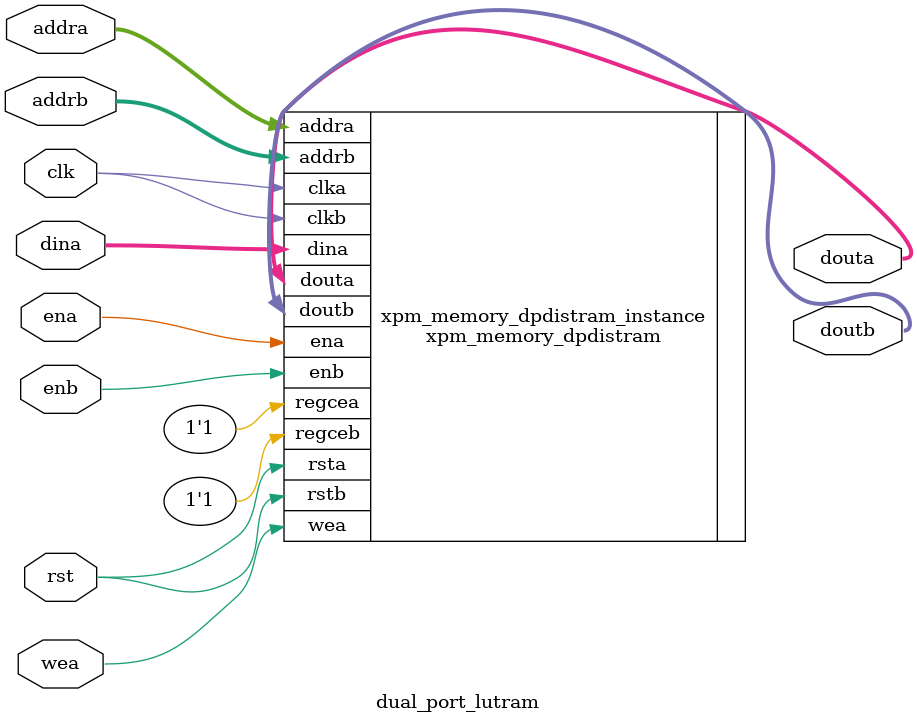
<source format=sv>
`include "defines.svh"


module dual_port_lutram #(
    parameter DATA_WIDTH = 32,
    parameter SIZE = 128,
    parameter LATENCY = 1
) (
    input logic clk,
    input logic rst,

    input logic wea,
    input logic ena,
    input logic enb,

    input logic [$clog2(SIZE)-1:0] addra,
    input logic [$clog2(SIZE)-1:0] addrb,

    input  logic [DATA_WIDTH-1:0] dina,
    output logic [DATA_WIDTH-1:0] douta,
    output logic [DATA_WIDTH-1:0] doutb
);

    // xpm_memory_dpdistram: Dual Port Distributed RAM
    // Xilinx Parameterized Macro, version 2019.2
    xpm_memory_dpdistram #(
        // Common module parameters
        .CLOCKING_MODE("common_clock"), // String
        .MEMORY_INIT_FILE("none"),      // String
        .MEMORY_INIT_PARAM("0"),        // String
        .MEMORY_OPTIMIZATION("true"),   // String
        .MEMORY_SIZE(DATA_WIDTH * SIZE),// DECIMAL
        .MESSAGE_CONTROL(0),            // DECIMAL
        .SIM_ASSERT_CHK(0),             // DECIMAL; 0=disable simulation messages, 1=enable simulation messages
        .USE_EMBEDDED_CONSTRAINT(0),    // DECIMAL
        .USE_MEM_INIT(0),               // DECIMAL
        
        .WRITE_DATA_WIDTH_A(DATA_WIDTH),        // DECIMAL
        // Port A module parameters
        .ADDR_WIDTH_A($clog2(SIZE)),            // DECIMAL
        .BYTE_WRITE_WIDTH_A(DATA_WIDTH),        // DECIMAL
        .READ_DATA_WIDTH_A(DATA_WIDTH),         // DECIMAL
        .READ_LATENCY_A(LATENCY),             // DECIMAL
        .READ_RESET_VALUE_A("0"),       // String
        .RST_MODE_A("SYNC"),            // String
        // Port B module parameters
        .ADDR_WIDTH_B($clog2(SIZE)),            // DECIMAL
        .READ_DATA_WIDTH_B(DATA_WIDTH),         // DECIMAL
        .READ_LATENCY_B(LATENCY),             // DECIMAL
        .READ_RESET_VALUE_B("0"),       // String
        .RST_MODE_B("SYNC")             // String
    ) xpm_memory_dpdistram_instance (
        .douta(douta),   // READ_DATA_WIDTH_A-bit output: Data output for port A read operations.
        .doutb(doutb),   // READ_DATA_WIDTH_B-bit output: Data output for port B read operations.
        .addra(addra),   // ADDR_WIDTH_A-bit input: Address for port A write and read operations.
        .addrb(addrb),   // ADDR_WIDTH_B-bit input: Address for port B write and read operations.
        .clka(clk),     // 1-bit input: Clock signal for port A. Also clocks port B when parameter CLOCKING_MODE
                        // is "common_clock".

        .clkb(clk),     // 1-bit input: Clock signal for port B when parameter CLOCKING_MODE is
                        // "independent_clock". Unused when parameter CLOCKING_MODE is "common_clock".

        .dina(dina),     // WRITE_DATA_WIDTH_A-bit input: Data input for port A write operations.
        .ena(ena),       // 1-bit input: Memory enable signal for port A. Must be high on clock cycles when read
                        // or write operations are initiated. Pipelined internally.

        .enb(enb),       // 1-bit input: Memory enable signal for port B. Must be high on clock cycles when read
                        // or write operations are initiated. Pipelined internally.

        .regcea(1'b1), // 1-bit input: Clock Enable for the last register stage on the output data path.
        .regceb(1'b1), // 1-bit input: Do not change from the provided value.
        .rsta(rst),     // 1-bit input: Reset signal for the final port A output register stage. Synchronously
                        // resets output port douta to the value specified by parameter READ_RESET_VALUE_A.

        .rstb(rst),     // 1-bit input: Reset signal for the final port B output register stage. Synchronously
                        // resets output port doutb to the value specified by parameter READ_RESET_VALUE_B.

        .wea(wea)        // WRITE_DATA_WIDTH_A/BYTE_WRITE_WIDTH_A-bit input: Write enable vector for port A input
                        // data port dina. 1 bit wide when word-wide writes are used. In byte-wide write
                        // configurations, each bit controls the writing one byte of dina to address addra. For
                        // example, to synchronously write only bits [15-8] of dina when WRITE_DATA_WIDTH_A is
                        // 32, wea would be 4'b0010.

    );

endmodule

// XPM_MEMORY instantiation template for Dual Port Distributed RAM configurations
// Refer to the targeted device family architecture libraries guide for XPM_MEMORY documentation
// =======================================================================================================================

// Parameter usage table, organized as follows:
// +---------------------------------------------------------------------------------------------------------------------+
// | Parameter name       | Data type          | Restrictions, if applicable                                             |
// |---------------------------------------------------------------------------------------------------------------------|
// | Description                                                                                                         |
// +---------------------------------------------------------------------------------------------------------------------+
// +---------------------------------------------------------------------------------------------------------------------+
// | ADDR_WIDTH_A         | Integer            | Range: 1 - 20. Default value = 6.                                       |
// |---------------------------------------------------------------------------------------------------------------------|
// | Specify the width of the port A address port addra, in bits.                                                        |
// | Must be large enough to access the entire memory from port A, i.e. = $clog2(MEMORY_SIZE/[WRITE|READ]_DATA_WIDTH_A). |
// +---------------------------------------------------------------------------------------------------------------------+
// | ADDR_WIDTH_B         | Integer            | Range: 1 - 20. Default value = 6.                                       |
// |---------------------------------------------------------------------------------------------------------------------|
// | Specify the width of the port B address port addrb, in bits.                                                        |
// | Must be large enough to access the entire memory from port B, i.e. = $clog2(MEMORY_SIZE/[WRITE|READ]_DATA_WIDTH_B). |
// +---------------------------------------------------------------------------------------------------------------------+
// | BYTE_WRITE_WIDTH_A   | Integer            | Range: 1 - 4608. Default value = 32.                                    |
// |---------------------------------------------------------------------------------------------------------------------|
// | To enable byte-wide writes on port A, specify the byte width, in bits.                                              |
// |                                                                                                                     |
// |   8- 8-bit byte-wide writes, legal when WRITE_DATA_WIDTH_A is an integer multiple of 8                              |
// |   9- 9-bit byte-wide writes, legal when WRITE_DATA_WIDTH_A is an integer multiple of 9                              |
// |                                                                                                                     |
// | Or to enable word-wide writes on port A, specify the same value as for WRITE_DATA_WIDTH_A.                          |
// +---------------------------------------------------------------------------------------------------------------------+
// | CLOCKING_MODE        | String             | Allowed values: common_clock, independent_clock. Default value = common_clock.|
// |---------------------------------------------------------------------------------------------------------------------|
// | Designate whether port A and port B are clocked with a common clock or with independent clocks-                     |
// |                                                                                                                     |
// |   "common_clock"- Common clocking; clock both port A and port B with clka                                           |
// |   "independent_clock"- Independent clocking; clock port A with clka and port B with clkb                            |
// +---------------------------------------------------------------------------------------------------------------------+
// | MEMORY_INIT_FILE     | String             | Default value = none.                                                   |
// |---------------------------------------------------------------------------------------------------------------------|
// | Specify "none" (including quotes) for no memory initialization, or specify the name of a memory initialization file-|
// | Enter only the name of the file with .mem extension, including quotes but without path (e.g. "my_file.mem").        |
// | File format must be ASCII and consist of only hexadecimal values organized into the specified depth by              |
// | narrowest data width generic value of the memory.See the Memory File (MEM) section for more                         |
// | information on the syntax. Initialization of memory happens through the file name specified only when parameter     |
// | MEMORY_INIT_PARAM value is equal to "".                                                                             |
// | When using XPM_MEMORY in a project, add the specified file to the Vivado project as a design source.                |
// +---------------------------------------------------------------------------------------------------------------------+
// | MEMORY_INIT_PARAM    | String             | Default value = 0.                                                      |
// |---------------------------------------------------------------------------------------------------------------------|
// | Specify "" or "0" (including quotes) for no memory initialization through parameter, or specify the string          |
// | containing the hex characters. Enter only hex characters with each location separated by delimiter (,).             |
// | Parameter format must be ASCII and consist of only hexadecimal values organized into the specified depth by         |
// | narrowest data width generic value of the memory.For example, if the narrowest data width is 8, and the depth of    |
// | memory is 8 locations, then the parameter value should be passed as shown below.                                    |
// | parameter MEMORY_INIT_PARAM = "AB,CD,EF,1,2,34,56,78"                                                               |
// | Where "AB" is the 0th location and "78" is the 7th location.                                                        |
// +---------------------------------------------------------------------------------------------------------------------+
// | MEMORY_OPTIMIZATION  | String             | Allowed values: true, false. Default value = true.                      |
// |---------------------------------------------------------------------------------------------------------------------|
// | Specify "true" to enable the optimization of unused memory or bits in the memory structure. Specify "false" to      |
// | disable the optimization of unused memory or bits in the memory structure.                                          |
// +---------------------------------------------------------------------------------------------------------------------+
// | MEMORY_SIZE          | Integer            | Range: 2 - 150994944. Default value = 2048.                             |
// |---------------------------------------------------------------------------------------------------------------------|
// | Specify the total memory array size, in bits.                                                                       |
// | For example, enter 65536 for a 2kx32 RAM.                                                                           |
// +---------------------------------------------------------------------------------------------------------------------+
// | MESSAGE_CONTROL      | Integer            | Range: 0 - 1. Default value = 0.                                        |
// |---------------------------------------------------------------------------------------------------------------------|
// | Specify 1 to enable the dynamic message reporting such as collision warnings, and 0 to disable the message reporting|
// +---------------------------------------------------------------------------------------------------------------------+
// | READ_DATA_WIDTH_A    | Integer            | Range: 1 - 4608. Default value = 32.                                    |
// |---------------------------------------------------------------------------------------------------------------------|
// | Specify the width of the port A read data output port douta, in bits.                                               |
// | The values of READ_DATA_WIDTH_A and WRITE_DATA_WIDTH_A must be equal.                                               |
// +---------------------------------------------------------------------------------------------------------------------+
// | READ_DATA_WIDTH_B    | Integer            | Range: 1 - 4608. Default value = 32.                                    |
// |---------------------------------------------------------------------------------------------------------------------|
// | Specify the width of the port B read data output port doutb, in bits.                                               |
// | The values of READ_DATA_WIDTH_B and WRITE_DATA_WIDTH_B must be equal.                                               |
// +---------------------------------------------------------------------------------------------------------------------+
// | READ_LATENCY_A       | Integer            | Range: 0 - 100. Default value = 2.                                      |
// |---------------------------------------------------------------------------------------------------------------------|
// | Specify the number of register stages in the port A read data pipeline. Read data output to port douta takes this   |
// | number of clka cycles.                                                                                              |
// | To target block memory, a value of 1 or larger is required- 1 causes use of memory latch only; 2 causes use of      |
// | output register. To target distributed memory, a value of 0 or larger is required- 0 indicates combinatorial output.|
// | Values larger than 2 synthesize additional flip-flops that are not retimed into memory primitives.                  |
// +---------------------------------------------------------------------------------------------------------------------+
// | READ_LATENCY_B       | Integer            | Range: 0 - 100. Default value = 2.                                      |
// |---------------------------------------------------------------------------------------------------------------------|
// | Specify the number of register stages in the port B read data pipeline. Read data output to port doutb takes this   |
// | number of clkb cycles (clka when CLOCKING_MODE is "common_clock").                                                  |
// | To target block memory, a value of 1 or larger is required- 1 causes use of memory latch only; 2 causes use of      |
// | output register. To target distributed memory, a value of 0 or larger is required- 0 indicates combinatorial output.|
// | Values larger than 2 synthesize additional flip-flops that are not retimed into memory primitives.                  |
// +---------------------------------------------------------------------------------------------------------------------+
// | READ_RESET_VALUE_A   | String             | Default value = 0.                                                      |
// |---------------------------------------------------------------------------------------------------------------------|
// | Specify the reset value of the port A final output register stage in response to rsta input port is assertion.      |
// | The value mentioned must be accomodated in READ_DATA_WIDTH_A number of bits.                                        |
// +---------------------------------------------------------------------------------------------------------------------+
// | READ_RESET_VALUE_B   | String             | Default value = 0.                                                      |
// |---------------------------------------------------------------------------------------------------------------------|
// | Specify the reset value of the port B final output register stage in response to rstb input port is assertion.      |
// | The value mentioned must be accomodated in READ_DATA_WIDTH_B number of bits.                                        |
// +---------------------------------------------------------------------------------------------------------------------+
// | RST_MODE_A           | String             | Allowed values: SYNC, ASYNC. Default value = SYNC.                      |
// |---------------------------------------------------------------------------------------------------------------------|
// | Describes the behaviour of the reset                                                                                |
// |                                                                                                                     |
// |   "SYNC" - when reset is applied, synchronously resets output port douta to the value specified by parameter READ_RESET_VALUE_A|
// |   "ASYNC" - when reset is applied, asynchronously resets output port douta to zero                                  |
// +---------------------------------------------------------------------------------------------------------------------+
// | RST_MODE_B           | String             | Allowed values: SYNC, ASYNC. Default value = SYNC.                      |
// |---------------------------------------------------------------------------------------------------------------------|
// | Describes the behaviour of the reset                                                                                |
// |                                                                                                                     |
// |   "SYNC" - when reset is applied, synchronously resets output port doutb to the value specified by parameter READ_RESET_VALUE_B|
// |   "ASYNC" - when reset is applied, asynchronously resets output port doutb to zero                                  |
// +---------------------------------------------------------------------------------------------------------------------+
// | SIM_ASSERT_CHK       | Integer            | Range: 0 - 1. Default value = 0.                                        |
// |---------------------------------------------------------------------------------------------------------------------|
// | 0- Disable simulation message reporting. Messages related to potential misuse will not be reported.                 |
// | 1- Enable simulation message reporting. Messages related to potential misuse will be reported.                      |
// +---------------------------------------------------------------------------------------------------------------------+
// | USE_EMBEDDED_CONSTRAINT| Integer            | Range: 0 - 1. Default value = 0.                                        |
// |---------------------------------------------------------------------------------------------------------------------|
// | Specify 1 to enable the set_false_path constraint addition between clka of Distributed RAM and doutb_reg on clkb    |
// +---------------------------------------------------------------------------------------------------------------------+
// | USE_MEM_INIT         | Integer            | Range: 0 - 1. Default value = 1.                                        |
// |---------------------------------------------------------------------------------------------------------------------|
// | Specify 1 to enable the generation of below message and 0 to disable generation of the following message completely.|
// | "INFO - MEMORY_INIT_FILE and MEMORY_INIT_PARAM together specifies no memory initialization.                         |
// | Initial memory contents will be all 0s."                                                                            |
// | NOTE: This message gets generated only when there is no Memory Initialization specified either through file or      |
// | Parameter.                                                                                                          |
// +---------------------------------------------------------------------------------------------------------------------+
// | WRITE_DATA_WIDTH_A   | Integer            | Range: 1 - 4608. Default value = 32.                                    |
// |---------------------------------------------------------------------------------------------------------------------|
// | Specify the width of the port A write data input port dina, in bits.                                                |
// | The values of WRITE_DATA_WIDTH_A and READ_DATA_WIDTH_A must be equal.                                               |
// +---------------------------------------------------------------------------------------------------------------------+

// Port usage table, organized as follows:
// +---------------------------------------------------------------------------------------------------------------------+
// | Port name      | Direction | Size, in bits                         | Domain  | Sense       | Handling if unused     |
// |---------------------------------------------------------------------------------------------------------------------|
// | Description                                                                                                         |
// +---------------------------------------------------------------------------------------------------------------------+
// +---------------------------------------------------------------------------------------------------------------------+
// | addra          | Input     | ADDR_WIDTH_A                          | clka    | NA          | Required               |
// |---------------------------------------------------------------------------------------------------------------------|
// | Address for port A write and read operations.                                                                       |
// +---------------------------------------------------------------------------------------------------------------------+
// | addrb          | Input     | ADDR_WIDTH_B                          | clkb    | NA          | Required               |
// |---------------------------------------------------------------------------------------------------------------------|
// | Address for port B write and read operations.                                                                       |
// +---------------------------------------------------------------------------------------------------------------------+
// | clka           | Input     | 1                                     | NA      | Rising edge | Required               |
// |---------------------------------------------------------------------------------------------------------------------|
// | Clock signal for port A. Also clocks port B when parameter CLOCKING_MODE is "common_clock".                         |
// +---------------------------------------------------------------------------------------------------------------------+
// | clkb           | Input     | 1                                     | NA      | Rising edge | Required               |
// |---------------------------------------------------------------------------------------------------------------------|
// | Clock signal for port B when parameter CLOCKING_MODE is "independent_clock".                                        |
// | Unused when parameter CLOCKING_MODE is "common_clock".                                                              |
// +---------------------------------------------------------------------------------------------------------------------+
// | dina           | Input     | WRITE_DATA_WIDTH_A                    | clka    | NA          | Required               |
// |---------------------------------------------------------------------------------------------------------------------|
// | Data input for port A write operations.                                                                             |
// +---------------------------------------------------------------------------------------------------------------------+
// | douta          | Output    | READ_DATA_WIDTH_A                     | clka    | NA          | Required               |
// |---------------------------------------------------------------------------------------------------------------------|
// | Data output for port A read operations.                                                                             |
// +---------------------------------------------------------------------------------------------------------------------+
// | doutb          | Output    | READ_DATA_WIDTH_B                     | clkb    | NA          | Required               |
// |---------------------------------------------------------------------------------------------------------------------|
// | Data output for port B read operations.                                                                             |
// +---------------------------------------------------------------------------------------------------------------------+
// | ena            | Input     | 1                                     | clka    | Active-high | Required               |
// |---------------------------------------------------------------------------------------------------------------------|
// | Memory enable signal for port A.                                                                                    |
// | Must be high on clock cycles when read or write operations are initiated. Pipelined internally.                     |
// +---------------------------------------------------------------------------------------------------------------------+
// | enb            | Input     | 1                                     | clkb    | Active-high | Required               |
// |---------------------------------------------------------------------------------------------------------------------|
// | Memory enable signal for port B.                                                                                    |
// | Must be high on clock cycles when read or write operations are initiated. Pipelined internally.                     |
// +---------------------------------------------------------------------------------------------------------------------+
// | regcea         | Input     | 1                                     | clka    | Active-high | Tie to 1'b1            |
// |---------------------------------------------------------------------------------------------------------------------|
// | Clock Enable for the last register stage on the output data path.                                                   |
// +---------------------------------------------------------------------------------------------------------------------+
// | regceb         | Input     | 1                                     | clkb    | Active-high | Required               |
// |---------------------------------------------------------------------------------------------------------------------|
// | Do not change from the provided value.                                                                              |
// +---------------------------------------------------------------------------------------------------------------------+
// | rsta           | Input     | 1                                     | clka    | Active-high | Required               |
// |---------------------------------------------------------------------------------------------------------------------|
// | Reset signal for the final port A output register stage.                                                            |
// | Synchronously resets output port douta to the value specified by parameter READ_RESET_VALUE_A.                      |
// +---------------------------------------------------------------------------------------------------------------------+
// | rstb           | Input     | 1                                     | clkb    | Active-high | Required               |
// |---------------------------------------------------------------------------------------------------------------------|
// | Reset signal for the final port B output register stage.                                                            |
// | Synchronously resets output port doutb to the value specified by parameter READ_RESET_VALUE_B.                      |
// +---------------------------------------------------------------------------------------------------------------------+
// | wea            | Input     | WRITE_DATA_WIDTH_A/BYTE_WRITE_WIDTH_A | clka    | Active-high | Required               |
// |---------------------------------------------------------------------------------------------------------------------|
// | Write enable vector for port A input data port dina. 1 bit wide when word-wide writes are used.                     |
// | In byte-wide write configurations, each bit controls the writing one byte of dina to address addra.                 |
// | For example, to synchronously write only bits [15-8] of dina when WRITE_DATA_WIDTH_A is 32, wea would be 4'b0010.   |
// +---------------------------------------------------------------------------------------------------------------------+


// xpm_memory_dpdistram : In order to incorporate this function into the design,
//       Verilog        : the following instance declaration needs to be placed
//       instance       : in the body of the design code.  The instance name
//     declaration      : (xpm_memory_dpdistram_inst) and/or the port declarations within the
//         code         : parenthesis may be changed to properly reference and
//                      : connect this function to the design.  All inputs
//                      : and outputs must be connected.

//  Please reference the appropriate libraries guide for additional information on the XPM modules.

//  <-----Cut code below this line---->

   

   // End of xpm_memory_dpdistram_inst instantiation


</source>
